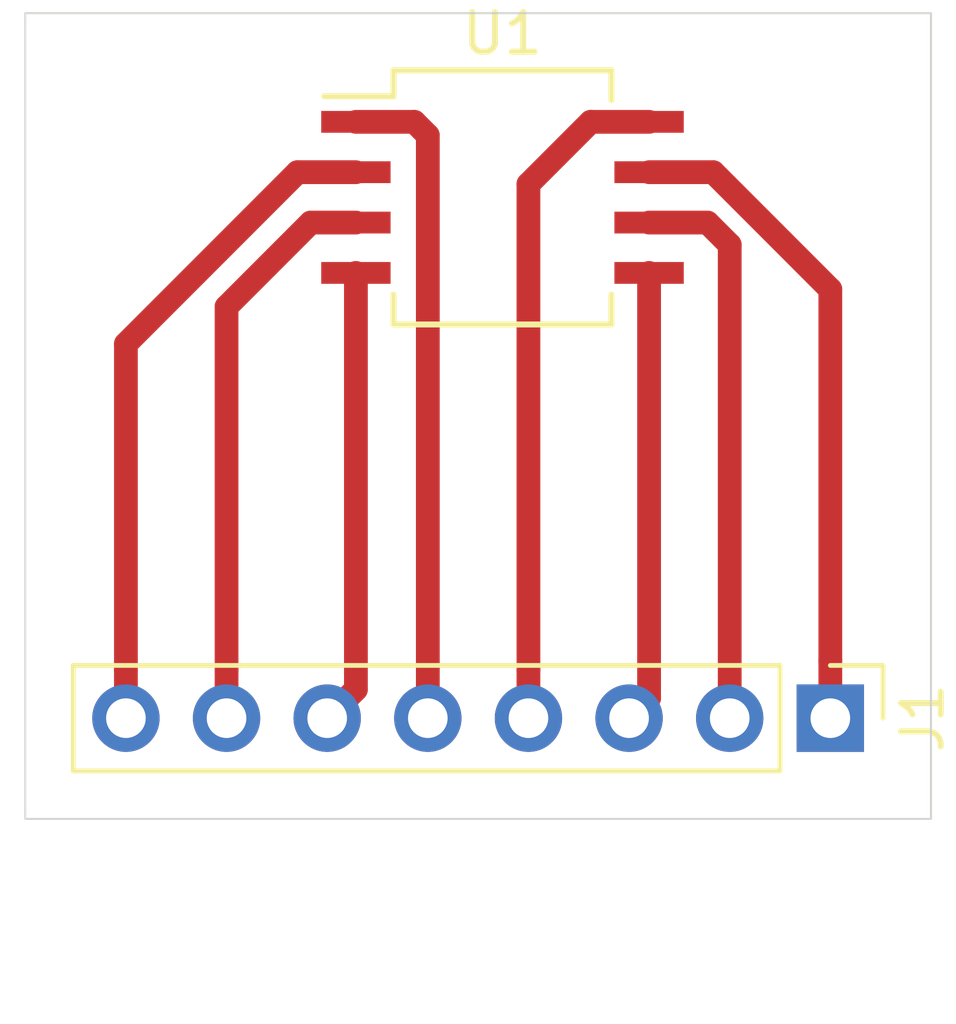
<source format=kicad_pcb>
(kicad_pcb (version 20171130) (host pcbnew 5.1.3-ffb9f22~84~ubuntu18.04.1)

  (general
    (thickness 1.6)
    (drawings 4)
    (tracks 27)
    (zones 0)
    (modules 2)
    (nets 9)
  )

  (page A4)
  (layers
    (0 F.Cu signal)
    (31 B.Cu signal)
    (32 B.Adhes user)
    (33 F.Adhes user)
    (34 B.Paste user)
    (35 F.Paste user)
    (36 B.SilkS user)
    (37 F.SilkS user)
    (38 B.Mask user)
    (39 F.Mask user)
    (40 Dwgs.User user)
    (41 Cmts.User user)
    (42 Eco1.User user)
    (43 Eco2.User user)
    (44 Edge.Cuts user)
    (45 Margin user)
    (46 B.CrtYd user)
    (47 F.CrtYd user)
    (48 B.Fab user)
    (49 F.Fab user)
  )

  (setup
    (last_trace_width 0.6)
    (trace_clearance 0.4)
    (zone_clearance 0.508)
    (zone_45_only no)
    (trace_min 0.2)
    (via_size 0.8)
    (via_drill 0.4)
    (via_min_size 0.4)
    (via_min_drill 0.3)
    (uvia_size 0.3)
    (uvia_drill 0.1)
    (uvias_allowed no)
    (uvia_min_size 0.2)
    (uvia_min_drill 0.1)
    (edge_width 0.05)
    (segment_width 0.2)
    (pcb_text_width 0.3)
    (pcb_text_size 1.5 1.5)
    (mod_edge_width 0.12)
    (mod_text_size 1 1)
    (mod_text_width 0.15)
    (pad_size 1.524 1.524)
    (pad_drill 0.762)
    (pad_to_mask_clearance 0.051)
    (solder_mask_min_width 0.25)
    (aux_axis_origin 0 0)
    (visible_elements FFFFFF7F)
    (pcbplotparams
      (layerselection 0x010fc_ffffffff)
      (usegerberextensions false)
      (usegerberattributes false)
      (usegerberadvancedattributes false)
      (creategerberjobfile false)
      (excludeedgelayer true)
      (linewidth 0.100000)
      (plotframeref false)
      (viasonmask false)
      (mode 1)
      (useauxorigin false)
      (hpglpennumber 1)
      (hpglpenspeed 20)
      (hpglpendiameter 15.000000)
      (psnegative false)
      (psa4output false)
      (plotreference true)
      (plotvalue true)
      (plotinvisibletext false)
      (padsonsilk false)
      (subtractmaskfromsilk false)
      (outputformat 1)
      (mirror false)
      (drillshape 1)
      (scaleselection 1)
      (outputdirectory ""))
  )

  (net 0 "")
  (net 1 /VDD)
  (net 2 /GND)
  (net 3 /IFA)
  (net 4 /IFB)
  (net 5 /IFC)
  (net 6 /CSQ)
  (net 7 /SCK)
  (net 8 /DATA)

  (net_class Default "This is the default net class."
    (clearance 0.4)
    (trace_width 0.6)
    (via_dia 0.8)
    (via_drill 0.4)
    (uvia_dia 0.3)
    (uvia_drill 0.1)
    (add_net /CSQ)
    (add_net /DATA)
    (add_net /GND)
    (add_net /IFA)
    (add_net /IFB)
    (add_net /IFC)
    (add_net /SCK)
    (add_net /VDD)
  )

  (module Connector_PinHeader_2.54mm:PinHeader_1x08_P2.54mm_Vertical (layer F.Cu) (tedit 59FED5CC) (tstamp 5D38BBD0)
    (at 33.02 30.48 270)
    (descr "Through hole straight pin header, 1x08, 2.54mm pitch, single row")
    (tags "Through hole pin header THT 1x08 2.54mm single row")
    (path /5D387A4C)
    (fp_text reference J1 (at 0 -2.33 90) (layer F.SilkS)
      (effects (font (size 1 1) (thickness 0.15)))
    )
    (fp_text value Conn_01x08_Female (at 0 20.11 90) (layer F.Fab)
      (effects (font (size 1 1) (thickness 0.15)))
    )
    (fp_line (start -0.635 -1.27) (end 1.27 -1.27) (layer F.Fab) (width 0.1))
    (fp_line (start 1.27 -1.27) (end 1.27 19.05) (layer F.Fab) (width 0.1))
    (fp_line (start 1.27 19.05) (end -1.27 19.05) (layer F.Fab) (width 0.1))
    (fp_line (start -1.27 19.05) (end -1.27 -0.635) (layer F.Fab) (width 0.1))
    (fp_line (start -1.27 -0.635) (end -0.635 -1.27) (layer F.Fab) (width 0.1))
    (fp_line (start -1.33 19.11) (end 1.33 19.11) (layer F.SilkS) (width 0.12))
    (fp_line (start -1.33 1.27) (end -1.33 19.11) (layer F.SilkS) (width 0.12))
    (fp_line (start 1.33 1.27) (end 1.33 19.11) (layer F.SilkS) (width 0.12))
    (fp_line (start -1.33 1.27) (end 1.33 1.27) (layer F.SilkS) (width 0.12))
    (fp_line (start -1.33 0) (end -1.33 -1.33) (layer F.SilkS) (width 0.12))
    (fp_line (start -1.33 -1.33) (end 0 -1.33) (layer F.SilkS) (width 0.12))
    (fp_line (start -1.8 -1.8) (end -1.8 19.55) (layer F.CrtYd) (width 0.05))
    (fp_line (start -1.8 19.55) (end 1.8 19.55) (layer F.CrtYd) (width 0.05))
    (fp_line (start 1.8 19.55) (end 1.8 -1.8) (layer F.CrtYd) (width 0.05))
    (fp_line (start 1.8 -1.8) (end -1.8 -1.8) (layer F.CrtYd) (width 0.05))
    (fp_text user %R (at 0 8.89) (layer F.Fab)
      (effects (font (size 1 1) (thickness 0.15)))
    )
    (pad 1 thru_hole rect (at 0 0 270) (size 1.7 1.7) (drill 1) (layers *.Cu *.Mask)
      (net 2 /GND))
    (pad 2 thru_hole oval (at 0 2.54 270) (size 1.7 1.7) (drill 1) (layers *.Cu *.Mask)
      (net 1 /VDD))
    (pad 3 thru_hole oval (at 0 5.08 270) (size 1.7 1.7) (drill 1) (layers *.Cu *.Mask)
      (net 3 /IFA))
    (pad 4 thru_hole oval (at 0 7.62 270) (size 1.7 1.7) (drill 1) (layers *.Cu *.Mask)
      (net 4 /IFB))
    (pad 5 thru_hole oval (at 0 10.16 270) (size 1.7 1.7) (drill 1) (layers *.Cu *.Mask)
      (net 5 /IFC))
    (pad 6 thru_hole oval (at 0 12.7 270) (size 1.7 1.7) (drill 1) (layers *.Cu *.Mask)
      (net 8 /DATA))
    (pad 7 thru_hole oval (at 0 15.24 270) (size 1.7 1.7) (drill 1) (layers *.Cu *.Mask)
      (net 6 /CSQ))
    (pad 8 thru_hole oval (at 0 17.78 270) (size 1.7 1.7) (drill 1) (layers *.Cu *.Mask)
      (net 7 /SCK))
    (model ${KISYS3DMOD}/Connector_PinHeader_2.54mm.3dshapes/PinHeader_1x08_P2.54mm_Vertical.wrl
      (at (xyz 0 0 0))
      (scale (xyz 1 1 1))
      (rotate (xyz 0 0 0))
    )
  )

  (module Package_SO:SO-8_5.3x6.2mm_P1.27mm (layer F.Cu) (tedit 5A02F2D3) (tstamp 5D38BBED)
    (at 24.745001 17.345001)
    (descr "8-Lead Plastic Small Outline, 5.3x6.2mm Body (http://www.ti.com.cn/cn/lit/ds/symlink/tl7705a.pdf)")
    (tags "SOIC 1.27")
    (path /5D38797F)
    (attr smd)
    (fp_text reference U1 (at 0 -4.13) (layer F.SilkS)
      (effects (font (size 1 1) (thickness 0.15)))
    )
    (fp_text value TLI5012B (at 0 4.13) (layer F.Fab)
      (effects (font (size 1 1) (thickness 0.15)))
    )
    (fp_text user %R (at 0 0) (layer F.Fab)
      (effects (font (size 1 1) (thickness 0.15)))
    )
    (fp_line (start -1.65 -3.1) (end 2.65 -3.1) (layer F.Fab) (width 0.15))
    (fp_line (start 2.65 -3.1) (end 2.65 3.1) (layer F.Fab) (width 0.15))
    (fp_line (start 2.65 3.1) (end -2.65 3.1) (layer F.Fab) (width 0.15))
    (fp_line (start -2.65 3.1) (end -2.65 -2.1) (layer F.Fab) (width 0.15))
    (fp_line (start -2.65 -2.1) (end -1.65 -3.1) (layer F.Fab) (width 0.15))
    (fp_line (start -4.83 -3.35) (end -4.83 3.35) (layer F.CrtYd) (width 0.05))
    (fp_line (start 4.83 -3.35) (end 4.83 3.35) (layer F.CrtYd) (width 0.05))
    (fp_line (start -4.83 -3.35) (end 4.83 -3.35) (layer F.CrtYd) (width 0.05))
    (fp_line (start -4.83 3.35) (end 4.83 3.35) (layer F.CrtYd) (width 0.05))
    (fp_line (start -2.75 -3.205) (end -2.75 -2.55) (layer F.SilkS) (width 0.15))
    (fp_line (start 2.75 -3.205) (end 2.75 -2.455) (layer F.SilkS) (width 0.15))
    (fp_line (start 2.75 3.205) (end 2.75 2.455) (layer F.SilkS) (width 0.15))
    (fp_line (start -2.75 3.205) (end -2.75 2.455) (layer F.SilkS) (width 0.15))
    (fp_line (start -2.75 -3.205) (end 2.75 -3.205) (layer F.SilkS) (width 0.15))
    (fp_line (start -2.75 3.205) (end 2.75 3.205) (layer F.SilkS) (width 0.15))
    (fp_line (start -2.75 -2.55) (end -4.5 -2.55) (layer F.SilkS) (width 0.15))
    (pad 1 smd rect (at -3.7 -1.905) (size 1.75 0.55) (layers F.Cu F.Paste F.Mask)
      (net 5 /IFC))
    (pad 2 smd rect (at -3.7 -0.635) (size 1.75 0.55) (layers F.Cu F.Paste F.Mask)
      (net 7 /SCK))
    (pad 3 smd rect (at -3.7 0.635) (size 1.75 0.55) (layers F.Cu F.Paste F.Mask)
      (net 6 /CSQ))
    (pad 4 smd rect (at -3.7 1.905) (size 1.75 0.55) (layers F.Cu F.Paste F.Mask)
      (net 8 /DATA))
    (pad 5 smd rect (at 3.7 1.905) (size 1.75 0.55) (layers F.Cu F.Paste F.Mask)
      (net 3 /IFA))
    (pad 6 smd rect (at 3.7 0.635) (size 1.75 0.55) (layers F.Cu F.Paste F.Mask)
      (net 1 /VDD))
    (pad 7 smd rect (at 3.7 -0.635) (size 1.75 0.55) (layers F.Cu F.Paste F.Mask)
      (net 2 /GND))
    (pad 8 smd rect (at 3.7 -1.905) (size 1.75 0.55) (layers F.Cu F.Paste F.Mask)
      (net 4 /IFB))
    (model ${KISYS3DMOD}/Package_SO.3dshapes/SO-8_5.3x6.2mm_P1.27mm.wrl
      (at (xyz 0 0 0))
      (scale (xyz 1 1 1))
      (rotate (xyz 0 0 0))
    )
  )

  (gr_line (start 35.56 33.02) (end 12.7 33.02) (layer Edge.Cuts) (width 0.05) (tstamp 5D38BD24))
  (gr_line (start 35.56 12.7) (end 35.56 33.02) (layer Edge.Cuts) (width 0.05))
  (gr_line (start 12.7 12.7) (end 35.56 12.7) (layer Edge.Cuts) (width 0.05))
  (gr_line (start 12.7 33.02) (end 12.7 12.7) (layer Edge.Cuts) (width 0.05))

  (segment (start 29.920001 17.980001) (end 28.445001 17.980001) (width 0.6) (layer F.Cu) (net 1))
  (segment (start 30.48 18.54) (end 29.920001 17.980001) (width 0.6) (layer F.Cu) (net 1))
  (segment (start 30.48 30.48) (end 30.48 18.54) (width 0.6) (layer F.Cu) (net 1))
  (segment (start 33.02 29.03) (end 33.02 30.48) (width 0.6) (layer F.Cu) (net 2))
  (segment (start 33.02 19.665773) (end 33.02 29.03) (width 0.6) (layer F.Cu) (net 2))
  (segment (start 30.064228 16.710001) (end 33.02 19.665773) (width 0.6) (layer F.Cu) (net 2))
  (segment (start 28.445001 16.710001) (end 30.064228 16.710001) (width 0.6) (layer F.Cu) (net 2))
  (segment (start 28.445001 29.974999) (end 27.94 30.48) (width 0.6) (layer F.Cu) (net 3))
  (segment (start 28.445001 19.250001) (end 28.445001 29.974999) (width 0.6) (layer F.Cu) (net 3))
  (segment (start 25.4 17.010002) (end 25.4 29.277919) (width 0.6) (layer F.Cu) (net 4))
  (segment (start 25.4 29.277919) (end 25.4 30.48) (width 0.6) (layer F.Cu) (net 4))
  (segment (start 26.970001 15.440001) (end 25.4 17.010002) (width 0.6) (layer F.Cu) (net 4))
  (segment (start 28.445001 15.440001) (end 26.970001 15.440001) (width 0.6) (layer F.Cu) (net 4))
  (segment (start 22.86 29.277919) (end 22.86 30.48) (width 0.6) (layer F.Cu) (net 5))
  (segment (start 22.86 15.78) (end 22.86 29.277919) (width 0.6) (layer F.Cu) (net 5))
  (segment (start 22.520001 15.440001) (end 22.86 15.78) (width 0.6) (layer F.Cu) (net 5))
  (segment (start 21.045001 15.440001) (end 22.520001 15.440001) (width 0.6) (layer F.Cu) (net 5))
  (segment (start 17.78 29.277919) (end 17.78 30.48) (width 0.6) (layer F.Cu) (net 6))
  (segment (start 17.78 20.105) (end 17.78 29.277919) (width 0.6) (layer F.Cu) (net 6))
  (segment (start 19.904999 17.980001) (end 17.78 20.105) (width 0.6) (layer F.Cu) (net 6))
  (segment (start 21.045001 17.980001) (end 19.904999 17.980001) (width 0.6) (layer F.Cu) (net 6))
  (segment (start 15.24 29.277919) (end 15.24 30.48) (width 0.6) (layer F.Cu) (net 7))
  (segment (start 15.24 21.040002) (end 15.24 29.277919) (width 0.6) (layer F.Cu) (net 7))
  (segment (start 19.570001 16.710001) (end 15.24 21.040002) (width 0.6) (layer F.Cu) (net 7))
  (segment (start 21.045001 16.710001) (end 19.570001 16.710001) (width 0.6) (layer F.Cu) (net 7))
  (segment (start 21.045001 29.754999) (end 20.32 30.48) (width 0.6) (layer F.Cu) (net 8))
  (segment (start 21.045001 19.250001) (end 21.045001 29.754999) (width 0.6) (layer F.Cu) (net 8))

)

</source>
